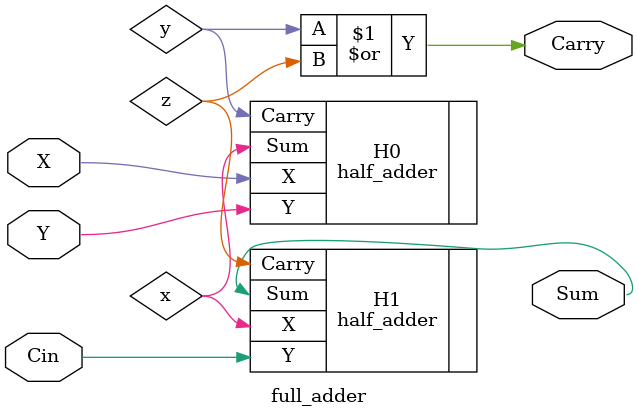
<source format=sv>
`timescale 1ns / 1ps


module full_adder(
input logic X,
input logic Y,
input logic Cin,
output logic Sum,
output logic Carry
    );
 
 logic x, y, z;
 
 half_adder H0(.X(X), .Y(Y), .Sum(x), .Carry(y));
 half_adder H1(.X(x), .Y(Cin), .Sum(Sum), .Carry(z));
 
 assign Carry = y | z;
 
 
    
 
endmodule

</source>
